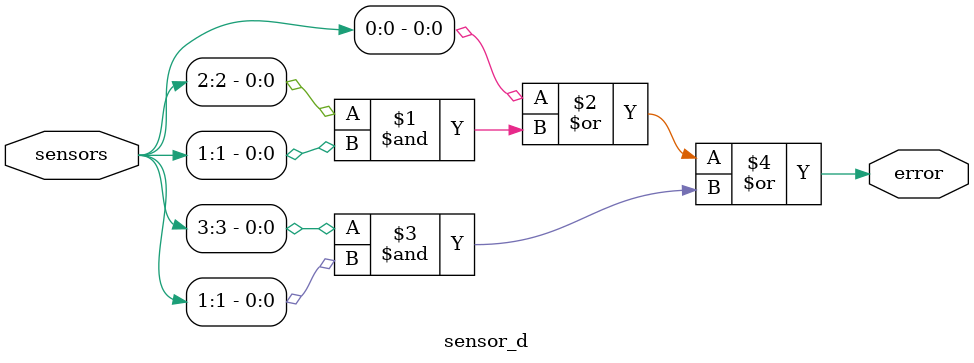
<source format=sv>

module sensor_d(input logic [3:0] sensors, output logic error);
  assign error = sensors[0] | (sensors[2] & sensors[1]) | (sensors[3] & sensors[1]);
endmodule
</source>
